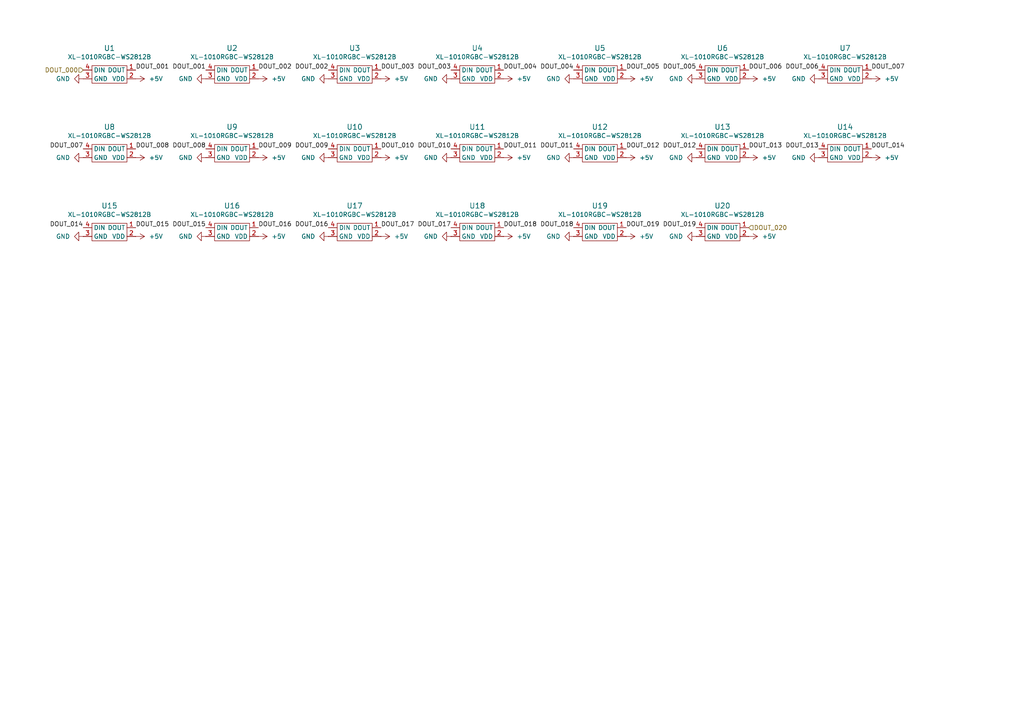
<source format=kicad_sch>
(kicad_sch (version 20250114) (generator "eeschema") (generator_version "9.0")
  (paper "A4")
  (lib_symbols
    (symbol "SK6805-EC10-000:SK6805_EC10-000"
      (property "Reference" "U" (at -2.54 3.556 0))
      (property "Value" "XL-1010RGBC-WS2812B" (at 1.016 -3.81 0))
      (symbol "SK6805_EC10-000_1_1"
        (rectangle (start -5.08 2.54) (end 5.08 -2.54))
        (pin passive line (at -7.62 1.27 0) (length 2.54) (name "DIN") (number "4"))
        (pin passive line (at -7.62 -1.27 0) (length 2.54) (name "GND") (number "3"))
        (pin passive line (at 7.62 1.27 180) (length 2.54) (name "DOUT") (number "1"))
        (pin passive line (at 7.62 -1.27 180) (length 2.54) (name "VDD") (number "2"))
      )
    )
    (symbol "power:+5V" (power) (pin_numbers (hide yes)) (pin_names (offset 0) (hide yes))
      (property "Value" "+5V" (at 0 3.556 0))
      (symbol "+5V_0_1"
        (polyline (pts (xy -0.762 1.27) (xy 0 2.54)))
        (polyline (pts (xy 0 2.54) (xy 0.762 1.27)))
        (polyline (pts (xy 0 0) (xy 0 2.54)))
      )
      (symbol "+5V_1_1"
        (pin power_in line (at 0 0 90) (length 0) (name "~") (number "1"))
      )
    )
    (symbol "power:GND" (power) (pin_numbers (hide yes)) (pin_names (offset 0) (hide yes))
      (property "Value" "GND" (at 0 -3.81 0))
      (symbol "GND_0_1"
        (polyline (pts (xy 0 0) (xy 0 -1.27) (xy 1.27 -1.27) (xy 0 -2.54) (xy -1.27 -1.27) (xy 0 -1.27)))
      )
      (symbol "GND_1_1"
        (pin power_in line (at 0 0 270) (length 0) (name "~") (number "1"))
      )
    )
  )
  (label "DOUT_006" (at 237.49 20.32 180))
  (label "DOUT_016" (at 74.93 66.04 0))
  (label "DOUT_017" (at 110.49 66.04 0))
  (label "DOUT_016" (at 95.25 66.04 180))
  (label "DOUT_007" (at 24.13 43.18 180))
  (label "DOUT_002" (at 95.25 20.32 180))
  (label "DOUT_004" (at 146.05 20.32 0))
  (label "DOUT_008" (at 39.37 43.18 0))
  (label "DOUT_001" (at 39.37 20.32 0))
  (label "DOUT_013" (at 217.17 43.18 0))
  (label "DOUT_006" (at 217.17 20.32 0))
  (label "DOUT_013" (at 237.49 43.18 180))
  (label "DOUT_018" (at 166.37 66.04 180))
  (label "DOUT_014" (at 252.73 43.18 0))
  (label "DOUT_002" (at 74.93 20.32 0))
  (label "DOUT_009" (at 74.93 43.18 0))
  (label "DOUT_008" (at 59.69 43.18 180))
  (label "DOUT_012" (at 201.93 43.18 180))
  (label "DOUT_012" (at 181.61 43.18 0))
  (label "DOUT_019" (at 181.61 66.04 0))
  (label "DOUT_005" (at 201.93 20.32 180))
  (label "DOUT_003" (at 110.49 20.32 0))
  (label "DOUT_010" (at 110.49 43.18 0))
  (label "DOUT_015" (at 39.37 66.04 0))
  (label "DOUT_015" (at 59.69 66.04 180))
  (label "DOUT_017" (at 130.81 66.04 180))
  (label "DOUT_007" (at 252.73 20.32 0))
  (label "DOUT_018" (at 146.05 66.04 0))
  (label "DOUT_011" (at 146.05 43.18 0))
  (label "DOUT_019" (at 201.93 66.04 180))
  (label "DOUT_003" (at 130.81 20.32 180))
  (label "DOUT_001" (at 59.69 20.32 180))
  (label "DOUT_010" (at 130.81 43.18 180))
  (label "DOUT_004" (at 166.37 20.32 180))
  (label "DOUT_011" (at 166.37 43.18 180))
  (label "DOUT_014" (at 24.13 66.04 180))
  (label "DOUT_009" (at 95.25 43.18 180))
  (label "DOUT_005" (at 181.61 20.32 0))
  (hierarchical_label "DOUT_000" (shape input) (at 24.13 20.32 180))
  (hierarchical_label "DOUT_020" (shape input) (at 217.17 66.04 0))
  (symbol (lib_id "power:+5V") (at 110.49 22.86 270) (unit 1)
    (property "Reference" "#PWR12" (effects (hide yes)))
    (property "Value" "+5V" (at 114.3 22.8601 90) (effects (justify left)))
    (property "Description" "Power symbol creates a global label with name \"+5V\"" (effects (hide yes)))
  )
  (symbol (lib_id "power:+5V") (at 252.73 22.86 270) (unit 1)
    (property "Reference" "#PWR28" (effects (hide yes)))
    (property "Value" "+5V" (at 256.54 22.8601 90) (effects (justify left)))
    (property "Description" "Power symbol creates a global label with name \"+5V\"" (effects (hide yes)))
  )
  (symbol (lib_id "power:GND") (at 201.93 68.58 270) (unit 1)
    (property "Reference" "#PWR77" (effects (hide yes)))
    (property "Value" "GND" (at 198.12 68.5799 90) (effects (justify right)))
    (property "Description" "Power symbol creates a global label with name \"GND\" , ground" (effects (hide yes)))
  )
  (symbol (lib_id "SK6805-EC10-000:SK6805_EC10-000") (at 138.43 44.45 0) (unit 1)
    (property "Reference" "U11" (at 138.43 36.83 0) (effects (font (size 1.524 1.524))))
    (property "Value" "XL-1010RGBC-WS2812B" (at 138.43 39.37 0))
    (property "Footprint" "SK6805-EC10-000:SMD-4P,1.1x1.1mm" (effects (hide yes)))
    (property "Datasheet" "4492" (effects (hide yes)))
    (property "LCSC" "C5349953" (effects (hide yes)))
  )
  (symbol (lib_id "power:GND") (at 95.25 45.72 270) (unit 1)
    (property "Reference" "#PWR37" (effects (hide yes)))
    (property "Value" "GND" (at 91.44 45.7199 90) (effects (justify right)))
    (property "Description" "Power symbol creates a global label with name \"GND\" , ground" (effects (hide yes)))
  )
  (symbol (lib_id "power:+5V") (at 74.93 45.72 270) (unit 1)
    (property "Reference" "#PWR36" (effects (hide yes)))
    (property "Value" "+5V" (at 78.74 45.7201 90) (effects (justify left)))
    (property "Description" "Power symbol creates a global label with name \"+5V\"" (effects (hide yes)))
  )
  (symbol (lib_id "power:GND") (at 95.25 22.86 270) (unit 1)
    (property "Reference" "#PWR7" (effects (hide yes)))
    (property "Value" "GND" (at 91.44 22.8599 90) (effects (justify right)))
    (property "Description" "Power symbol creates a global label with name \"GND\" , ground" (effects (hide yes)))
  )
  (symbol (lib_id "power:+5V") (at 110.49 45.72 270) (unit 1)
    (property "Reference" "#PWR40" (effects (hide yes)))
    (property "Value" "+5V" (at 114.3 45.7201 90) (effects (justify left)))
    (property "Description" "Power symbol creates a global label with name \"+5V\"" (effects (hide yes)))
  )
  (symbol (lib_id "power:+5V") (at 39.37 68.58 270) (unit 1)
    (property "Reference" "#PWR60" (effects (hide yes)))
    (property "Value" "+5V" (at 43.18 68.5801 90) (effects (justify left)))
    (property "Description" "Power symbol creates a global label with name \"+5V\"" (effects (hide yes)))
  )
  (symbol (lib_id "SK6805-EC10-000:SK6805_EC10-000") (at 31.75 21.59 0) (unit 1)
    (property "Reference" "U1" (at 31.75 13.97 0) (effects (font (size 1.524 1.524))))
    (property "Value" "XL-1010RGBC-WS2812B" (at 31.75 16.51 0))
    (property "Footprint" "SK6805-EC10-000:SMD-4P,1.1x1.1mm" (effects (hide yes)))
    (property "Datasheet" "4492" (effects (hide yes)))
    (property "LCSC" "C5349953" (effects (hide yes)))
  )
  (symbol (lib_id "SK6805-EC10-000:SK6805_EC10-000") (at 173.99 21.59 0) (unit 1)
    (property "Reference" "U5" (at 173.99 13.97 0) (effects (font (size 1.524 1.524))))
    (property "Value" "XL-1010RGBC-WS2812B" (at 173.99 16.51 0))
    (property "Footprint" "SK6805-EC10-000:SMD-4P,1.1x1.1mm" (effects (hide yes)))
    (property "Datasheet" "4492" (effects (hide yes)))
    (property "LCSC" "C5349953" (effects (hide yes)))
  )
  (symbol (lib_id "power:GND") (at 95.25 68.58 270) (unit 1)
    (property "Reference" "#PWR65" (effects (hide yes)))
    (property "Value" "GND" (at 91.44 68.5799 90) (effects (justify right)))
    (property "Description" "Power symbol creates a global label with name \"GND\" , ground" (effects (hide yes)))
  )
  (symbol (lib_id "power:+5V") (at 39.37 45.72 270) (unit 1)
    (property "Reference" "#PWR32" (effects (hide yes)))
    (property "Value" "+5V" (at 43.18 45.7201 90) (effects (justify left)))
    (property "Description" "Power symbol creates a global label with name \"+5V\"" (effects (hide yes)))
  )
  (symbol (lib_id "power:GND") (at 166.37 68.58 270) (unit 1)
    (property "Reference" "#PWR73" (effects (hide yes)))
    (property "Value" "GND" (at 162.56 68.5799 90) (effects (justify right)))
    (property "Description" "Power symbol creates a global label with name \"GND\" , ground" (effects (hide yes)))
  )
  (symbol (lib_id "power:GND") (at 24.13 22.86 270) (unit 1)
    (property "Reference" "#PWR1" (effects (hide yes)))
    (property "Value" "GND" (at 20.32 22.8599 90) (effects (justify right)))
    (property "Description" "Power symbol creates a global label with name \"GND\" , ground" (effects (hide yes)))
  )
  (symbol (lib_id "power:+5V") (at 181.61 68.58 270) (unit 1)
    (property "Reference" "#PWR76" (effects (hide yes)))
    (property "Value" "+5V" (at 185.42 68.5801 90) (effects (justify left)))
    (property "Description" "Power symbol creates a global label with name \"+5V\"" (effects (hide yes)))
  )
  (symbol (lib_id "SK6805-EC10-000:SK6805_EC10-000") (at 209.55 21.59 0) (unit 1)
    (property "Reference" "U6" (at 209.55 13.97 0) (effects (font (size 1.524 1.524))))
    (property "Value" "XL-1010RGBC-WS2812B" (at 209.55 16.51 0))
    (property "Footprint" "SK6805-EC10-000:SMD-4P,1.1x1.1mm" (effects (hide yes)))
    (property "Datasheet" "4492" (effects (hide yes)))
    (property "LCSC" "C5349953" (effects (hide yes)))
  )
  (symbol (lib_id "power:+5V") (at 181.61 45.72 270) (unit 1)
    (property "Reference" "#PWR48" (effects (hide yes)))
    (property "Value" "+5V" (at 185.42 45.7201 90) (effects (justify left)))
    (property "Description" "Power symbol creates a global label with name \"+5V\"" (effects (hide yes)))
  )
  (symbol (lib_id "SK6805-EC10-000:SK6805_EC10-000") (at 245.11 44.45 0) (unit 1)
    (property "Reference" "U14" (at 245.11 36.83 0) (effects (font (size 1.524 1.524))))
    (property "Value" "XL-1010RGBC-WS2812B" (at 245.11 39.37 0))
    (property "Footprint" "SK6805-EC10-000:SMD-4P,1.1x1.1mm" (effects (hide yes)))
    (property "Datasheet" "4492" (effects (hide yes)))
    (property "LCSC" "C5349953" (effects (hide yes)))
  )
  (symbol (lib_id "power:GND") (at 59.69 45.72 270) (unit 1)
    (property "Reference" "#PWR33" (effects (hide yes)))
    (property "Value" "GND" (at 55.88 45.7199 90) (effects (justify right)))
    (property "Description" "Power symbol creates a global label with name \"GND\" , ground" (effects (hide yes)))
  )
  (symbol (lib_id "power:GND") (at 130.81 22.86 270) (unit 1)
    (property "Reference" "#PWR13" (effects (hide yes)))
    (property "Value" "GND" (at 127 22.8599 90) (effects (justify right)))
    (property "Description" "Power symbol creates a global label with name \"GND\" , ground" (effects (hide yes)))
  )
  (symbol (lib_id "power:+5V") (at 110.49 68.58 270) (unit 1)
    (property "Reference" "#PWR68" (effects (hide yes)))
    (property "Value" "+5V" (at 114.3 68.5801 90) (effects (justify left)))
    (property "Description" "Power symbol creates a global label with name \"+5V\"" (effects (hide yes)))
  )
  (symbol (lib_id "power:GND") (at 24.13 68.58 270) (unit 1)
    (property "Reference" "#PWR57" (effects (hide yes)))
    (property "Value" "GND" (at 20.32 68.5799 90) (effects (justify right)))
    (property "Description" "Power symbol creates a global label with name \"GND\" , ground" (effects (hide yes)))
  )
  (symbol (lib_id "power:+5V") (at 252.73 45.72 270) (unit 1)
    (property "Reference" "#PWR56" (effects (hide yes)))
    (property "Value" "+5V" (at 256.54 45.7201 90) (effects (justify left)))
    (property "Description" "Power symbol creates a global label with name \"+5V\"" (effects (hide yes)))
  )
  (symbol (lib_id "power:GND") (at 237.49 45.72 270) (unit 1)
    (property "Reference" "#PWR53" (effects (hide yes)))
    (property "Value" "GND" (at 233.68 45.7199 90) (effects (justify right)))
    (property "Description" "Power symbol creates a global label with name \"GND\" , ground" (effects (hide yes)))
  )
  (symbol (lib_id "SK6805-EC10-000:SK6805_EC10-000") (at 67.31 44.45 0) (unit 1)
    (property "Reference" "U9" (at 67.31 36.83 0) (effects (font (size 1.524 1.524))))
    (property "Value" "XL-1010RGBC-WS2812B" (at 67.31 39.37 0))
    (property "Footprint" "SK6805-EC10-000:SMD-4P,1.1x1.1mm" (effects (hide yes)))
    (property "Datasheet" "4492" (effects (hide yes)))
    (property "LCSC" "C5349953" (effects (hide yes)))
  )
  (symbol (lib_id "power:GND") (at 130.81 68.58 270) (unit 1)
    (property "Reference" "#PWR69" (effects (hide yes)))
    (property "Value" "GND" (at 127 68.5799 90) (effects (justify right)))
    (property "Description" "Power symbol creates a global label with name \"GND\" , ground" (effects (hide yes)))
  )
  (symbol (lib_id "power:+5V") (at 74.93 22.86 270) (unit 1)
    (property "Reference" "#PWR6" (effects (hide yes)))
    (property "Value" "+5V" (at 78.74 22.8601 90) (effects (justify left)))
    (property "Description" "Power symbol creates a global label with name \"+5V\"" (effects (hide yes)))
  )
  (symbol (lib_id "power:+5V") (at 146.05 22.86 270) (unit 1)
    (property "Reference" "#PWR16" (effects (hide yes)))
    (property "Value" "+5V" (at 149.86 22.8601 90) (effects (justify left)))
    (property "Description" "Power symbol creates a global label with name \"+5V\"" (effects (hide yes)))
  )
  (symbol (lib_id "power:GND") (at 166.37 45.72 270) (unit 1)
    (property "Reference" "#PWR45" (effects (hide yes)))
    (property "Value" "GND" (at 162.56 45.7199 90) (effects (justify right)))
    (property "Description" "Power symbol creates a global label with name \"GND\" , ground" (effects (hide yes)))
  )
  (symbol (lib_id "power:+5V") (at 181.61 22.86 270) (unit 1)
    (property "Reference" "#PWR20" (effects (hide yes)))
    (property "Value" "+5V" (at 185.42 22.8601 90) (effects (justify left)))
    (property "Description" "Power symbol creates a global label with name \"+5V\"" (effects (hide yes)))
  )
  (symbol (lib_id "power:+5V") (at 146.05 45.72 270) (unit 1)
    (property "Reference" "#PWR44" (effects (hide yes)))
    (property "Value" "+5V" (at 149.86 45.7201 90) (effects (justify left)))
    (property "Description" "Power symbol creates a global label with name \"+5V\"" (effects (hide yes)))
  )
  (symbol (lib_id "power:GND") (at 166.37 22.86 270) (unit 1)
    (property "Reference" "#PWR17" (effects (hide yes)))
    (property "Value" "GND" (at 162.56 22.8599 90) (effects (justify right)))
    (property "Description" "Power symbol creates a global label with name \"GND\" , ground" (effects (hide yes)))
  )
  (symbol (lib_id "SK6805-EC10-000:SK6805_EC10-000") (at 31.75 67.31 0) (unit 1)
    (property "Reference" "U15" (at 31.75 59.69 0) (effects (font (size 1.524 1.524))))
    (property "Value" "XL-1010RGBC-WS2812B" (at 31.75 62.23 0))
    (property "Footprint" "SK6805-EC10-000:SMD-4P,1.1x1.1mm" (effects (hide yes)))
    (property "Datasheet" "4492" (effects (hide yes)))
    (property "LCSC" "C5349953" (effects (hide yes)))
  )
  (symbol (lib_id "SK6805-EC10-000:SK6805_EC10-000") (at 209.55 67.31 0) (unit 1)
    (property "Reference" "U20" (at 209.55 59.69 0) (effects (font (size 1.524 1.524))))
    (property "Value" "XL-1010RGBC-WS2812B" (at 209.55 62.23 0))
    (property "Footprint" "SK6805-EC10-000:SMD-4P,1.1x1.1mm" (effects (hide yes)))
    (property "Datasheet" "4492" (effects (hide yes)))
    (property "LCSC" "C5349953" (effects (hide yes)))
  )
  (symbol (lib_id "power:GND") (at 237.49 22.86 270) (unit 1)
    (property "Reference" "#PWR25" (effects (hide yes)))
    (property "Value" "GND" (at 233.68 22.8599 90) (effects (justify right)))
    (property "Description" "Power symbol creates a global label with name \"GND\" , ground" (effects (hide yes)))
  )
  (symbol (lib_id "power:GND") (at 59.69 68.58 270) (unit 1)
    (property "Reference" "#PWR61" (effects (hide yes)))
    (property "Value" "GND" (at 55.88 68.5799 90) (effects (justify right)))
    (property "Description" "Power symbol creates a global label with name \"GND\" , ground" (effects (hide yes)))
  )
  (symbol (lib_id "SK6805-EC10-000:SK6805_EC10-000") (at 173.99 44.45 0) (unit 1)
    (property "Reference" "U12" (at 173.99 36.83 0) (effects (font (size 1.524 1.524))))
    (property "Value" "XL-1010RGBC-WS2812B" (at 173.99 39.37 0))
    (property "Footprint" "SK6805-EC10-000:SMD-4P,1.1x1.1mm" (effects (hide yes)))
    (property "Datasheet" "4492" (effects (hide yes)))
    (property "LCSC" "C5349953" (effects (hide yes)))
  )
  (symbol (lib_id "power:+5V") (at 217.17 68.58 270) (unit 1)
    (property "Reference" "#PWR80" (effects (hide yes)))
    (property "Value" "+5V" (at 220.98 68.5801 90) (effects (justify left)))
    (property "Description" "Power symbol creates a global label with name \"+5V\"" (effects (hide yes)))
  )
  (symbol (lib_id "power:+5V") (at 217.17 22.86 270) (unit 1)
    (property "Reference" "#PWR24" (effects (hide yes)))
    (property "Value" "+5V" (at 220.98 22.8601 90) (effects (justify left)))
    (property "Description" "Power symbol creates a global label with name \"+5V\"" (effects (hide yes)))
  )
  (symbol (lib_id "power:GND") (at 59.69 22.86 270) (unit 1)
    (property "Reference" "#PWR2" (effects (hide yes)))
    (property "Value" "GND" (at 55.88 22.8599 90) (effects (justify right)))
    (property "Description" "Power symbol creates a global label with name \"GND\" , ground" (effects (hide yes)))
  )
  (symbol (lib_id "power:+5V") (at 217.17 45.72 270) (unit 1)
    (property "Reference" "#PWR52" (effects (hide yes)))
    (property "Value" "+5V" (at 220.98 45.7201 90) (effects (justify left)))
    (property "Description" "Power symbol creates a global label with name \"+5V\"" (effects (hide yes)))
  )
  (symbol (lib_id "SK6805-EC10-000:SK6805_EC10-000") (at 67.31 21.59 0) (unit 1)
    (property "Reference" "U2" (at 67.31 13.97 0) (effects (font (size 1.524 1.524))))
    (property "Value" "XL-1010RGBC-WS2812B" (at 67.31 16.51 0))
    (property "Footprint" "SK6805-EC10-000:SMD-4P,1.1x1.1mm" (effects (hide yes)))
    (property "Datasheet" "4492" (effects (hide yes)))
    (property "LCSC" "C5349953" (effects (hide yes)))
  )
  (symbol (lib_id "power:GND") (at 130.81 45.72 270) (unit 1)
    (property "Reference" "#PWR41" (effects (hide yes)))
    (property "Value" "GND" (at 127 45.7199 90) (effects (justify right)))
    (property "Description" "Power symbol creates a global label with name \"GND\" , ground" (effects (hide yes)))
  )
  (symbol (lib_id "power:+5V") (at 74.93 68.58 270) (unit 1)
    (property "Reference" "#PWR64" (effects (hide yes)))
    (property "Value" "+5V" (at 78.74 68.5801 90) (effects (justify left)))
    (property "Description" "Power symbol creates a global label with name \"+5V\"" (effects (hide yes)))
  )
  (symbol (lib_id "SK6805-EC10-000:SK6805_EC10-000") (at 102.87 44.45 0) (unit 1)
    (property "Reference" "U10" (at 102.87 36.83 0) (effects (font (size 1.524 1.524))))
    (property "Value" "XL-1010RGBC-WS2812B" (at 102.87 39.37 0))
    (property "Footprint" "SK6805-EC10-000:SMD-4P,1.1x1.1mm" (effects (hide yes)))
    (property "Datasheet" "4492" (effects (hide yes)))
    (property "LCSC" "C5349953" (effects (hide yes)))
  )
  (symbol (lib_id "power:GND") (at 201.93 22.86 270) (unit 1)
    (property "Reference" "#PWR21" (effects (hide yes)))
    (property "Value" "GND" (at 198.12 22.8599 90) (effects (justify right)))
    (property "Description" "Power symbol creates a global label with name \"GND\" , ground" (effects (hide yes)))
  )
  (symbol (lib_id "SK6805-EC10-000:SK6805_EC10-000") (at 173.99 67.31 0) (unit 1)
    (property "Reference" "U19" (at 173.99 59.69 0) (effects (font (size 1.524 1.524))))
    (property "Value" "XL-1010RGBC-WS2812B" (at 173.99 62.23 0))
    (property "Footprint" "SK6805-EC10-000:SMD-4P,1.1x1.1mm" (effects (hide yes)))
    (property "Datasheet" "4492" (effects (hide yes)))
    (property "LCSC" "C5349953" (effects (hide yes)))
  )
  (symbol (lib_id "SK6805-EC10-000:SK6805_EC10-000") (at 209.55 44.45 0) (unit 1)
    (property "Reference" "U13" (at 209.55 36.83 0) (effects (font (size 1.524 1.524))))
    (property "Value" "XL-1010RGBC-WS2812B" (at 209.55 39.37 0))
    (property "Footprint" "SK6805-EC10-000:SMD-4P,1.1x1.1mm" (effects (hide yes)))
    (property "Datasheet" "4492" (effects (hide yes)))
    (property "LCSC" "C5349953" (effects (hide yes)))
  )
  (symbol (lib_id "power:GND") (at 24.13 45.72 270) (unit 1)
    (property "Reference" "#PWR29" (effects (hide yes)))
    (property "Value" "GND" (at 20.32 45.7199 90) (effects (justify right)))
    (property "Description" "Power symbol creates a global label with name \"GND\" , ground" (effects (hide yes)))
  )
  (symbol (lib_id "power:+5V") (at 39.37 22.86 270) (unit 1)
    (property "Reference" "#PWR5" (effects (hide yes)))
    (property "Value" "+5V" (at 43.18 22.8601 90) (effects (justify left)))
    (property "Description" "Power symbol creates a global label with name \"+5V\"" (effects (hide yes)))
  )
  (symbol (lib_id "SK6805-EC10-000:SK6805_EC10-000") (at 245.11 21.59 0) (unit 1)
    (property "Reference" "U7" (at 245.11 13.97 0) (effects (font (size 1.524 1.524))))
    (property "Value" "XL-1010RGBC-WS2812B" (at 245.11 16.51 0))
    (property "Footprint" "SK6805-EC10-000:SMD-4P,1.1x1.1mm" (effects (hide yes)))
    (property "Datasheet" "4492" (effects (hide yes)))
    (property "LCSC" "C5349953" (effects (hide yes)))
  )
  (symbol (lib_id "SK6805-EC10-000:SK6805_EC10-000") (at 31.75 44.45 0) (unit 1)
    (property "Reference" "U8" (at 31.75 36.83 0) (effects (font (size 1.524 1.524))))
    (property "Value" "XL-1010RGBC-WS2812B" (at 31.75 39.37 0))
    (property "Footprint" "SK6805-EC10-000:SMD-4P,1.1x1.1mm" (effects (hide yes)))
    (property "Datasheet" "4492" (effects (hide yes)))
    (property "LCSC" "C5349953" (effects (hide yes)))
  )
  (symbol (lib_id "SK6805-EC10-000:SK6805_EC10-000") (at 138.43 21.59 0) (unit 1)
    (property "Reference" "U4" (at 138.43 13.97 0) (effects (font (size 1.524 1.524))))
    (property "Value" "XL-1010RGBC-WS2812B" (at 138.43 16.51 0))
    (property "Footprint" "SK6805-EC10-000:SMD-4P,1.1x1.1mm" (effects (hide yes)))
    (property "Datasheet" "4492" (effects (hide yes)))
    (property "LCSC" "C5349953" (effects (hide yes)))
  )
  (symbol (lib_id "power:GND") (at 201.93 45.72 270) (unit 1)
    (property "Reference" "#PWR49" (effects (hide yes)))
    (property "Value" "GND" (at 198.12 45.7199 90) (effects (justify right)))
    (property "Description" "Power symbol creates a global label with name \"GND\" , ground" (effects (hide yes)))
  )
  (symbol (lib_id "SK6805-EC10-000:SK6805_EC10-000") (at 102.87 67.31 0) (unit 1)
    (property "Reference" "U17" (at 102.87 59.69 0) (effects (font (size 1.524 1.524))))
    (property "Value" "XL-1010RGBC-WS2812B" (at 102.87 62.23 0))
    (property "Footprint" "SK6805-EC10-000:SMD-4P,1.1x1.1mm" (effects (hide yes)))
    (property "Datasheet" "4492" (effects (hide yes)))
    (property "LCSC" "C5349953" (effects (hide yes)))
  )
  (symbol (lib_id "SK6805-EC10-000:SK6805_EC10-000") (at 102.87 21.59 0) (unit 1)
    (property "Reference" "U3" (at 102.87 13.97 0) (effects (font (size 1.524 1.524))))
    (property "Value" "XL-1010RGBC-WS2812B" (at 102.87 16.51 0))
    (property "Footprint" "SK6805-EC10-000:SMD-4P,1.1x1.1mm" (effects (hide yes)))
    (property "Datasheet" "4492" (effects (hide yes)))
    (property "LCSC" "C5349953" (effects (hide yes)))
  )
  (symbol (lib_id "power:+5V") (at 146.05 68.58 270) (unit 1)
    (property "Reference" "#PWR72" (effects (hide yes)))
    (property "Value" "+5V" (at 149.86 68.5801 90) (effects (justify left)))
    (property "Description" "Power symbol creates a global label with name \"+5V\"" (effects (hide yes)))
  )
  (symbol (lib_id "SK6805-EC10-000:SK6805_EC10-000") (at 138.43 67.31 0) (unit 1)
    (property "Reference" "U18" (at 138.43 59.69 0) (effects (font (size 1.524 1.524))))
    (property "Value" "XL-1010RGBC-WS2812B" (at 138.43 62.23 0))
    (property "Footprint" "SK6805-EC10-000:SMD-4P,1.1x1.1mm" (effects (hide yes)))
    (property "Datasheet" "4492" (effects (hide yes)))
    (property "LCSC" "C5349953" (effects (hide yes)))
  )
  (symbol (lib_id "SK6805-EC10-000:SK6805_EC10-000") (at 67.31 67.31 0) (unit 1)
    (property "Reference" "U16" (at 67.31 59.69 0) (effects (font (size 1.524 1.524))))
    (property "Value" "XL-1010RGBC-WS2812B" (at 67.31 62.23 0))
    (property "Footprint" "SK6805-EC10-000:SMD-4P,1.1x1.1mm" (effects (hide yes)))
    (property "Datasheet" "4492" (effects (hide yes)))
    (property "LCSC" "C5349953" (effects (hide yes)))
  )
)
</source>
